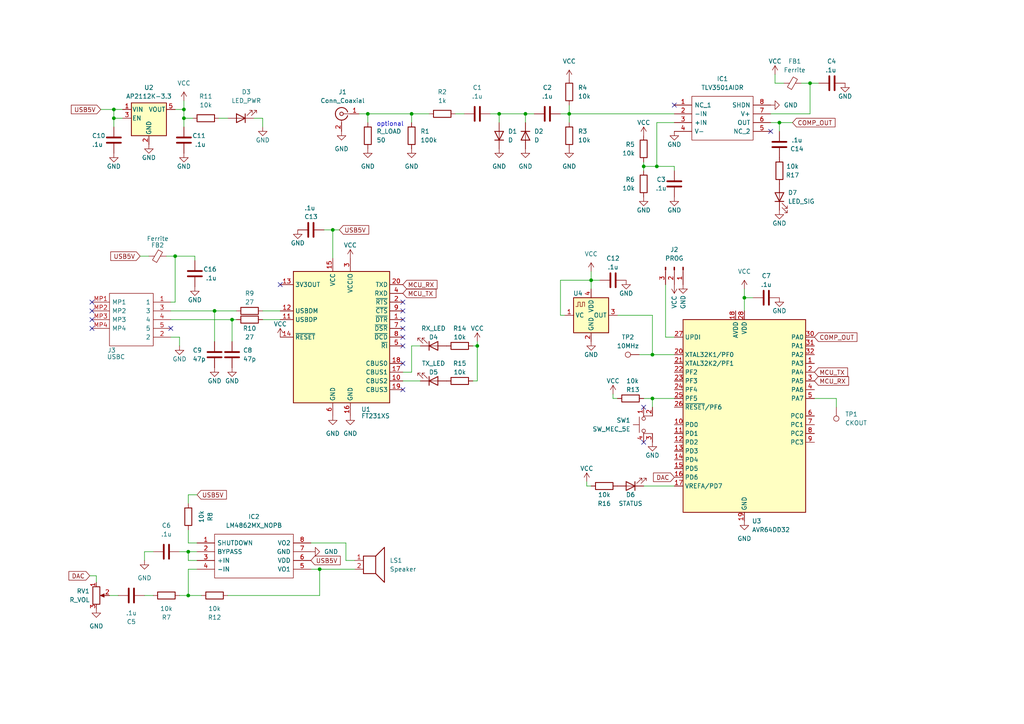
<source format=kicad_sch>
(kicad_sch (version 20230121) (generator eeschema)
  (paper "A4")
  (lib_symbols
    (symbol "Connector:Conn_01x03_Pin" (pin_names (offset 1.016) hide)
      (property "Reference" "J" (at 0 5.08 0))
      (property "Value" "Conn_01x03_Pin" (at 0 -5.08 0))
      (symbol "Conn_01x03_Pin_1_1"
        (polyline (pts (xy 1.27 -2.54) (xy 0.8636 -2.54)) (stroke (width 0.1524)))
        (polyline (pts (xy 1.27 0) (xy 0.8636 0)) (stroke (width 0.1524)))
        (polyline (pts (xy 1.27 2.54) (xy 0.8636 2.54)) (stroke (width 0.1524)))
        (rectangle (start 0.8636 -2.413) (end 0 -2.667) (stroke (width 0.1524)) (fill (type outline)))
        (rectangle (start 0.8636 0.127) (end 0 -0.127) (stroke (width 0.1524)) (fill (type outline)))
        (rectangle (start 0.8636 2.667) (end 0 2.413) (stroke (width 0.1524)) (fill (type outline)))
        (pin passive line (at 5.08 2.54 180) (length 3.81) (name "Pin_1") (number "1"))
        (pin passive line (at 5.08 0 180) (length 3.81) (name "Pin_2") (number "2"))
        (pin passive line (at 5.08 -2.54 180) (length 3.81) (name "Pin_3") (number "3"))
      )
    )
    (symbol "Connector:Conn_Coaxial" (pin_names (offset 1.016) hide)
      (property "Reference" "J" (at 0.254 3.048 0))
      (property "Value" "Conn_Coaxial" (at 2.921 0 90))
      (symbol "Conn_Coaxial_0_1"
        (arc (start -1.778 -0.508) (mid 0.2311 -1.8066) (end 1.778 0) (stroke (width 0.254)))
        (polyline (pts (xy -2.54 0) (xy -0.508 0)))
        (polyline (pts (xy 0 -2.54) (xy 0 -1.778)))
        (circle (center 0 0) (radius 0.508) (stroke (width 0.2032)))
        (arc (start 1.778 0) (mid 0.2099 1.8101) (end -1.778 0.508) (stroke (width 0.254)))
      )
      (symbol "Conn_Coaxial_1_1"
        (pin passive line (at -5.08 0 0) (length 2.54) (name "In") (number "1"))
        (pin passive line (at 0 -5.08 90) (length 2.54) (name "Ext") (number "2"))
      )
    )
    (symbol "Connector:TestPoint" (pin_numbers hide) (pin_names (offset 0.762) hide)
      (property "Reference" "TP" (at 0 6.858 0))
      (property "Value" "TestPoint" (at 0 5.08 0))
      (symbol "TestPoint_0_1"
        (circle (center 0 3.302) (radius 0.762))
      )
      (symbol "TestPoint_1_1"
        (pin passive line (at 0 0 90) (length 2.54) (name "1") (number "1"))
      )
    )
    (symbol "Device:C" (pin_numbers hide) (pin_names (offset 0.254))
      (property "Reference" "C" (at 0.635 2.54 0))
      (property "Value" "C" (at 0.635 -2.54 0))
      (symbol "C_0_1"
        (polyline (pts (xy -2.032 -0.762) (xy 2.032 -0.762)) (stroke (width 0.508)))
        (polyline (pts (xy -2.032 0.762) (xy 2.032 0.762)) (stroke (width 0.508)))
      )
      (symbol "C_1_1"
        (pin passive line (at 0 3.81 270) (length 2.794) (name "~") (number "1"))
        (pin passive line (at 0 -3.81 90) (length 2.794) (name "~") (number "2"))
      )
    )
    (symbol "Device:D" (pin_numbers hide) (pin_names (offset 1.016) hide)
      (property "Reference" "D" (at 0 2.54 0))
      (property "Value" "D" (at 0 -2.54 0))
      (symbol "D_0_1"
        (polyline (pts (xy -1.27 1.27) (xy -1.27 -1.27)) (stroke (width 0.254)))
        (polyline (pts (xy 1.27 0) (xy -1.27 0)))
        (polyline (pts (xy 1.27 1.27) (xy 1.27 -1.27) (xy -1.27 0) (xy 1.27 1.27)) (stroke (width 0.254)))
      )
      (symbol "D_1_1"
        (pin passive line (at -3.81 0 0) (length 2.54) (name "K") (number "1"))
        (pin passive line (at 3.81 0 180) (length 2.54) (name "A") (number "2"))
      )
    )
    (symbol "Device:FerriteBead_Small" (pin_numbers hide) (pin_names (offset 0))
      (property "Reference" "FB" (at 1.905 1.27 0))
      (property "Value" "FerriteBead_Small" (at 1.905 -1.27 0))
      (symbol "FerriteBead_Small_0_1"
        (polyline (pts (xy 0 -1.27) (xy 0 -0.7874)))
        (polyline (pts (xy 0 0.889) (xy 0 1.2954)))
        (polyline (pts (xy -1.8288 0.2794) (xy -1.1176 1.4986) (xy 1.8288 -0.2032) (xy 1.1176 -1.4224) (xy -1.8288 0.2794)))
      )
      (symbol "FerriteBead_Small_1_1"
        (pin passive line (at 0 2.54 270) (length 1.27) (name "~") (number "1"))
        (pin passive line (at 0 -2.54 90) (length 1.27) (name "~") (number "2"))
      )
    )
    (symbol "Device:LED" (pin_numbers hide) (pin_names (offset 1.016) hide)
      (property "Reference" "D" (at 0 2.54 0))
      (property "Value" "LED" (at 0 -2.54 0))
      (symbol "LED_0_1"
        (polyline (pts (xy -1.27 -1.27) (xy -1.27 1.27)) (stroke (width 0.254)))
        (polyline (pts (xy -1.27 0) (xy 1.27 0)))
        (polyline (pts (xy 1.27 -1.27) (xy 1.27 1.27) (xy -1.27 0) (xy 1.27 -1.27)) (stroke (width 0.254)))
        (polyline (pts (xy -3.048 -0.762) (xy -4.572 -2.286) (xy -3.81 -2.286) (xy -4.572 -2.286) (xy -4.572 -1.524)))
        (polyline (pts (xy -1.778 -0.762) (xy -3.302 -2.286) (xy -2.54 -2.286) (xy -3.302 -2.286) (xy -3.302 -1.524)))
      )
      (symbol "LED_1_1"
        (pin passive line (at -3.81 0 0) (length 2.54) (name "K") (number "1"))
        (pin passive line (at 3.81 0 180) (length 2.54) (name "A") (number "2"))
      )
    )
    (symbol "Device:R" (pin_numbers hide) (pin_names (offset 0))
      (property "Reference" "R" (at 2.032 0 90))
      (property "Value" "R" (at 0 0 90))
      (symbol "R_0_1"
        (rectangle (start -1.016 -2.54) (end 1.016 2.54) (stroke (width 0.254)))
      )
      (symbol "R_1_1"
        (pin passive line (at 0 3.81 270) (length 1.27) (name "~") (number "1"))
        (pin passive line (at 0 -3.81 90) (length 1.27) (name "~") (number "2"))
      )
    )
    (symbol "Device:R_Potentiometer" (pin_names (offset 1.016) hide)
      (property "Reference" "RV" (at -4.445 0 90))
      (property "Value" "R_Potentiometer" (at -2.54 0 90))
      (symbol "R_Potentiometer_0_1"
        (polyline (pts (xy 2.54 0) (xy 1.524 0)))
        (polyline (pts (xy 1.143 0) (xy 2.286 0.508) (xy 2.286 -0.508) (xy 1.143 0)) (fill (type outline)))
        (rectangle (start 1.016 2.54) (end -1.016 -2.54) (stroke (width 0.254)))
      )
      (symbol "R_Potentiometer_1_1"
        (pin passive line (at 0 3.81 270) (length 1.27) (name "1") (number "1"))
        (pin passive line (at 3.81 0 180) (length 1.27) (name "2") (number "2"))
        (pin passive line (at 0 -3.81 90) (length 1.27) (name "3") (number "3"))
      )
    )
    (symbol "Device:Speaker" (pin_names (offset 0) hide)
      (property "Reference" "LS" (at 1.27 5.715 0))
      (property "Value" "Speaker" (at 1.27 3.81 0))
      (symbol "Speaker_0_0"
        (rectangle (start -2.54 1.27) (end 1.016 -3.81) (stroke (width 0.254)))
        (polyline (pts (xy 1.016 1.27) (xy 3.556 3.81) (xy 3.556 -6.35) (xy 1.016 -3.81)) (stroke (width 0.254)))
      )
      (symbol "Speaker_1_1"
        (pin input line (at -5.08 0 0) (length 2.54) (name "1") (number "1"))
        (pin input line (at -5.08 -2.54 0) (length 2.54) (name "2") (number "2"))
      )
    )
    (symbol "Interface_USB:FT231XS"
      (property "Reference" "U" (at -13.97 20.32 0))
      (property "Value" "FT231XS" (at 7.62 20.32 0))
      (symbol "FT231XS_0_1"
        (rectangle (start -13.97 19.05) (end 13.97 -19.05) (stroke (width 0.254)) (fill (type background)))
      )
      (symbol "FT231XS_1_1"
        (pin output line (at 17.78 5.08 180) (length 3.81) (name "~{DTR}") (number "1"))
        (pin bidirectional line (at 17.78 -12.7 180) (length 3.81) (name "CBUS2") (number "10"))
        (pin bidirectional line (at -17.78 5.08 0) (length 3.81) (name "USBDP") (number "11"))
        (pin bidirectional line (at -17.78 7.62 0) (length 3.81) (name "USBDM") (number "12"))
        (pin power_out line (at -17.78 15.24 0) (length 3.81) (name "3V3OUT") (number "13"))
        (pin input line (at -17.78 0 0) (length 3.81) (name "~{RESET}") (number "14"))
        (pin power_in line (at -2.54 22.86 270) (length 3.81) (name "VCC") (number "15"))
        (pin power_in line (at 2.54 -22.86 90) (length 3.81) (name "GND") (number "16"))
        (pin bidirectional line (at 17.78 -10.16 180) (length 3.81) (name "CBUS1") (number "17"))
        (pin bidirectional line (at 17.78 -7.62 180) (length 3.81) (name "CBUS0") (number "18"))
        (pin bidirectional line (at 17.78 -15.24 180) (length 3.81) (name "CBUS3") (number "19"))
        (pin output line (at 17.78 10.16 180) (length 3.81) (name "~{RTS}") (number "2"))
        (pin output line (at 17.78 15.24 180) (length 3.81) (name "TXD") (number "20"))
        (pin power_in line (at 2.54 22.86 270) (length 3.81) (name "VCCIO") (number "3"))
        (pin input line (at 17.78 12.7 180) (length 3.81) (name "RXD") (number "4"))
        (pin input line (at 17.78 -2.54 180) (length 3.81) (name "~{RI}") (number "5"))
        (pin power_in line (at -2.54 -22.86 90) (length 3.81) (name "GND") (number "6"))
        (pin input line (at 17.78 2.54 180) (length 3.81) (name "~{DSR}") (number "7"))
        (pin input line (at 17.78 0 180) (length 3.81) (name "~{DCD}") (number "8"))
        (pin input line (at 17.78 7.62 180) (length 3.81) (name "~{CTS}") (number "9"))
      )
    )
    (symbol "MCU_Microchip_AVR_Dx:AVR64DA32x-xPT"
      (property "Reference" "U" (at -17.78 29.21 0))
      (property "Value" "AVR64DA32x-xPT" (at 2.54 -29.21 0))
      (symbol "AVR64DA32x-xPT_0_1"
        (rectangle (start -17.78 27.94) (end 17.78 -27.94) (stroke (width 0.254)) (fill (type background)))
      )
      (symbol "AVR64DA32x-xPT_1_1"
        (pin bidirectional line (at 20.32 15.24 180) (length 2.54) (name "PA3") (number "1"))
        (pin bidirectional line (at -20.32 -2.54 0) (length 2.54) (name "PD0") (number "10"))
        (pin bidirectional line (at -20.32 -5.08 0) (length 2.54) (name "PD1") (number "11"))
        (pin bidirectional line (at -20.32 -7.62 0) (length 2.54) (name "PD2") (number "12"))
        (pin bidirectional line (at -20.32 -10.16 0) (length 2.54) (name "PD3") (number "13"))
        (pin bidirectional line (at -20.32 -12.7 0) (length 2.54) (name "PD4") (number "14"))
        (pin bidirectional line (at -20.32 -15.24 0) (length 2.54) (name "PD5") (number "15"))
        (pin bidirectional line (at -20.32 -17.78 0) (length 2.54) (name "PD6") (number "16"))
        (pin bidirectional line (at -20.32 -20.32 0) (length 2.54) (name "VREFA/PD7") (number "17"))
        (pin power_in line (at -2.54 30.48 270) (length 2.54) (name "AVDD") (number "18"))
        (pin power_in line (at 0 -30.48 90) (length 2.54) (name "GND") (number "19"))
        (pin bidirectional line (at 20.32 12.7 180) (length 2.54) (name "PA4") (number "2"))
        (pin bidirectional line (at -20.32 17.78 0) (length 2.54) (name "XTAL32K1/PF0") (number "20"))
        (pin bidirectional line (at -20.32 15.24 0) (length 2.54) (name "XTAL32K2/PF1") (number "21"))
        (pin bidirectional line (at -20.32 12.7 0) (length 2.54) (name "PF2") (number "22"))
        (pin bidirectional line (at -20.32 10.16 0) (length 2.54) (name "PF3") (number "23"))
        (pin bidirectional line (at -20.32 7.62 0) (length 2.54) (name "PF4") (number "24"))
        (pin bidirectional line (at -20.32 5.08 0) (length 2.54) (name "PF5") (number "25"))
        (pin bidirectional line (at -20.32 2.54 0) (length 2.54) (name "~{RESET}/PF6") (number "26"))
        (pin input line (at -20.32 22.86 0) (length 2.54) (name "UPDI") (number "27"))
        (pin power_in line (at 0 30.48 270) (length 2.54) (name "VDD") (number "28"))
        (pin passive line (at 0 -30.48 90) (length 2.54) hide (name "GND") (number "29"))
        (pin bidirectional line (at 20.32 10.16 180) (length 2.54) (name "PA5") (number "3"))
        (pin bidirectional line (at 20.32 22.86 180) (length 2.54) (name "PA0") (number "30"))
        (pin bidirectional line (at 20.32 20.32 180) (length 2.54) (name "PA1") (number "31"))
        (pin bidirectional line (at 20.32 17.78 180) (length 2.54) (name "PA2") (number "32"))
        (pin bidirectional line (at 20.32 7.62 180) (length 2.54) (name "PA6") (number "4"))
        (pin bidirectional line (at 20.32 5.08 180) (length 2.54) (name "PA7") (number "5"))
        (pin bidirectional line (at 20.32 0 180) (length 2.54) (name "PC0") (number "6"))
        (pin bidirectional line (at 20.32 -2.54 180) (length 2.54) (name "PC1") (number "7"))
        (pin bidirectional line (at 20.32 -5.08 180) (length 2.54) (name "PC2") (number "8"))
        (pin bidirectional line (at 20.32 -7.62 180) (length 2.54) (name "PC3") (number "9"))
      )
    )
    (symbol "Oscillator:FT5HV"
      (property "Reference" "U" (at 5.08 11.43 0))
      (property "Value" "FT5HV" (at 6.35 8.89 0))
      (symbol "FT5HV_0_1"
        (rectangle (start -5.08 5.08) (end 5.08 -5.08) (stroke (width 0.254)) (fill (type background)))
        (polyline (pts (xy -4.445 2.54) (xy -3.81 2.54) (xy -3.81 3.81) (xy -3.175 3.81) (xy -3.175 2.54) (xy -2.54 2.54) (xy -2.54 3.81) (xy -1.905 3.81) (xy -1.905 2.54)))
      )
      (symbol "FT5HV_1_1"
        (pin input line (at -7.62 0 0) (length 2.54) (name "VC") (number "1"))
        (pin power_in line (at 0 -7.62 90) (length 2.54) (name "GND") (number "2"))
        (pin output line (at 7.62 0 180) (length 2.54) (name "OUT") (number "3"))
        (pin power_in line (at 0 7.62 270) (length 2.54) (name "VDD") (number "4"))
      )
    )
    (symbol "Regulator_Linear:AP2112K-3.3" (pin_names (offset 0.254))
      (property "Reference" "U" (at -5.08 5.715 0))
      (property "Value" "AP2112K-3.3" (at 0 5.715 0))
      (symbol "AP2112K-3.3_0_1"
        (rectangle (start -5.08 4.445) (end 5.08 -5.08) (stroke (width 0.254)) (fill (type background)))
      )
      (symbol "AP2112K-3.3_1_1"
        (pin power_in line (at -7.62 2.54 0) (length 2.54) (name "VIN") (number "1"))
        (pin power_in line (at 0 -7.62 90) (length 2.54) (name "GND") (number "2"))
        (pin input line (at -7.62 0 0) (length 2.54) (name "EN") (number "3"))
        (pin no_connect line (at 5.08 0 180) (length 2.54) hide (name "NC") (number "4"))
        (pin power_out line (at 7.62 2.54 180) (length 2.54) (name "VOUT") (number "5"))
      )
    )
    (symbol "Switch:SW_MEC_5E" (pin_names (offset 1.016) hide)
      (property "Reference" "SW" (at 0.635 5.715 0))
      (property "Value" "SW_MEC_5E" (at 0 -3.175 0))
      (symbol "SW_MEC_5E_0_1"
        (circle (center -1.778 2.54) (radius 0.508))
        (polyline (pts (xy -2.286 3.81) (xy 2.286 3.81)))
        (polyline (pts (xy 0 3.81) (xy 0 5.588)))
        (polyline (pts (xy -2.54 0) (xy -2.54 2.54) (xy -2.286 2.54)))
        (polyline (pts (xy 2.54 0) (xy 2.54 2.54) (xy 2.286 2.54)))
        (circle (center 1.778 2.54) (radius 0.508))
        (pin passive line (at -5.08 2.54 0) (length 2.54) (name "1") (number "1"))
        (pin passive line (at -5.08 0 0) (length 2.54) (name "2") (number "2"))
        (pin passive line (at 5.08 0 180) (length 2.54) (name "K") (number "3"))
        (pin passive line (at 5.08 2.54 180) (length 2.54) (name "A") (number "4"))
      )
    )
    (symbol "library loader:LM4862MX_NOPB" (pin_names (offset 0.762))
      (property "Reference" "IC" (at 29.21 7.62 0))
      (property "Value" "LM4862MX_NOPB" (at 29.21 5.08 0))
      (symbol "LM4862MX_NOPB_0_0"
        (pin passive line (at 0 0 0) (length 5.08) (name "SHUTDOWN") (number "1"))
        (pin passive line (at 0 -2.54 0) (length 5.08) (name "BYPASS") (number "2"))
        (pin passive line (at 0 -5.08 0) (length 5.08) (name "+IN") (number "3"))
        (pin passive line (at 0 -7.62 0) (length 5.08) (name "-IN") (number "4"))
        (pin passive line (at 33.02 -7.62 180) (length 5.08) (name "VO1") (number "5"))
        (pin passive line (at 33.02 -5.08 180) (length 5.08) (name "VDD") (number "6"))
        (pin passive line (at 33.02 -2.54 180) (length 5.08) (name "GND") (number "7"))
        (pin passive line (at 33.02 0 180) (length 5.08) (name "VO2") (number "8"))
      )
      (symbol "LM4862MX_NOPB_0_1"
        (polyline (pts (xy 5.08 2.54) (xy 27.94 2.54) (xy 27.94 -10.16) (xy 5.08 -10.16) (xy 5.08 2.54)) (stroke (width 0.1524)))
      )
    )
    (symbol "library loader:TLV3501AIDR" (pin_names (offset 0.762))
      (property "Reference" "IC" (at 24.13 7.62 0))
      (property "Value" "TLV3501AIDR" (at 24.13 5.08 0))
      (symbol "TLV3501AIDR_0_0"
        (pin passive line (at 0 0 0) (length 5.08) (name "NC_1") (number "1"))
        (pin passive line (at 0 -2.54 0) (length 5.08) (name "-IN") (number "2"))
        (pin passive line (at 0 -5.08 0) (length 5.08) (name "+IN") (number "3"))
        (pin passive line (at 0 -7.62 0) (length 5.08) (name "V-") (number "4"))
        (pin passive line (at 27.94 -7.62 180) (length 5.08) (name "NC_2") (number "5"))
        (pin passive line (at 27.94 -5.08 180) (length 5.08) (name "OUT") (number "6"))
        (pin passive line (at 27.94 -2.54 180) (length 5.08) (name "V+") (number "7"))
        (pin passive line (at 27.94 0 180) (length 5.08) (name "SHDN") (number "8"))
      )
      (symbol "TLV3501AIDR_0_1"
        (polyline (pts (xy 5.08 2.54) (xy 22.86 2.54) (xy 22.86 -10.16) (xy 5.08 -10.16) (xy 5.08 2.54)) (stroke (width 0.1524)))
      )
    )
    (symbol "library loader:UJ2-MIBH-G-SMT-TR" (pin_names (offset 0.762))
      (property "Reference" "J" (at 19.05 7.62 0))
      (property "Value" "UJ2-MIBH-G-SMT-TR" (at 19.05 5.08 0))
      (symbol "UJ2-MIBH-G-SMT-TR_0_0"
        (pin passive line (at 22.86 0 180) (length 5.08) (name "1") (number "1"))
        (pin passive line (at 22.86 -10.16 180) (length 5.08) (name "2") (number "2"))
        (pin passive line (at 22.86 -2.54 180) (length 5.08) (name "3") (number "3"))
        (pin passive line (at 22.86 -5.08 180) (length 5.08) (name "4") (number "4"))
        (pin passive line (at 22.86 -7.62 180) (length 5.08) (name "5") (number "5"))
        (pin passive line (at 0 0 0) (length 5.08) (name "MP1") (number "MP1"))
        (pin passive line (at 0 -2.54 0) (length 5.08) (name "MP2") (number "MP2"))
        (pin passive line (at 0 -5.08 0) (length 5.08) (name "MP3") (number "MP3"))
        (pin passive line (at 0 -7.62 0) (length 5.08) (name "MP4") (number "MP4"))
      )
      (symbol "UJ2-MIBH-G-SMT-TR_0_1"
        (polyline (pts (xy 5.08 2.54) (xy 17.78 2.54) (xy 17.78 -12.7) (xy 5.08 -12.7) (xy 5.08 2.54)) (stroke (width 0.1524)))
      )
    )
    (symbol "power:GND" (power) (pin_names (offset 0))
      (property "Value" "GND" (at 0 -3.81 0))
      (symbol "GND_0_1"
        (polyline (pts (xy 0 0) (xy 0 -1.27) (xy 1.27 -1.27) (xy 0 -2.54) (xy -1.27 -1.27) (xy 0 -1.27)))
      )
      (symbol "GND_1_1"
        (pin power_in line (at 0 0 270) (length 0) hide (name "GND") (number "1"))
      )
    )
    (symbol "power:VCC" (power) (pin_names (offset 0))
      (property "Value" "VCC" (at 0 3.81 0))
      (symbol "VCC_0_1"
        (polyline (pts (xy -0.762 1.27) (xy 0 2.54)))
        (polyline (pts (xy 0 0) (xy 0 2.54)))
        (polyline (pts (xy 0 2.54) (xy 0.762 1.27)))
      )
      (symbol "VCC_1_1"
        (pin power_in line (at 0 0 90) (length 0) hide (name "VCC") (number "1"))
      )
    )
  )
  (junction (at 53.34 31.75))
  (junction (at 54.61 172.72))
  (junction (at 54.61 160.02))
  (junction (at 186.69 48.26))
  (junction (at 62.23 90.17))
  (junction (at 119.38 33.02))
  (junction (at 53.34 34.29))
  (junction (at 165.1 33.02))
  (junction (at 92.71 165.1))
  (junction (at 138.43 100.33))
  (junction (at 144.78 33.02))
  (junction (at 234.95 24.13))
  (junction (at 189.23 115.57))
  (junction (at 67.31 92.71))
  (junction (at 106.68 33.02))
  (junction (at 33.02 31.75))
  (junction (at 33.02 34.29))
  (junction (at 215.9 86.36))
  (junction (at 189.23 102.87))
  (junction (at 152.4 33.02))
  (junction (at 50.8 74.295))
  (junction (at 171.45 81.28))
  (junction (at 226.06 35.56))
  (junction (at 96.52 66.675))
  (junction (at 190.5 48.26))
  (no_connect (at 186.69 128.27))
  (no_connect (at 195.58 30.48))
  (no_connect (at 116.84 100.33))
  (no_connect (at 26.67 87.63))
  (no_connect (at 26.67 90.17))
  (no_connect (at 116.84 95.25))
  (no_connect (at 26.67 95.25))
  (no_connect (at 116.84 92.71))
  (no_connect (at 26.67 92.71))
  (no_connect (at 116.84 97.79))
  (no_connect (at 186.69 118.11))
  (no_connect (at 223.52 38.1))
  (no_connect (at 49.53 95.25))
  (no_connect (at 116.84 105.41))
  (no_connect (at 81.28 82.55))
  (no_connect (at 116.84 90.17))
  (no_connect (at 116.84 113.03))
  (no_connect (at 116.84 87.63))
  (wire (pts (xy 57.15 160.02) (xy 54.61 160.02)))
  (wire (pts (xy 179.07 91.44) (xy 189.23 91.44)))
  (wire (pts (xy 215.9 86.36) (xy 215.9 90.17)))
  (wire (pts (xy 193.04 82.55) (xy 193.04 97.79)))
  (wire (pts (xy 53.34 34.29) (xy 53.34 36.83)))
  (wire (pts (xy 177.8 114.3) (xy 177.8 115.57)))
  (wire (pts (xy 33.02 31.75) (xy 29.21 31.75)))
  (wire (pts (xy 27.94 167.005) (xy 27.94 168.91)))
  (wire (pts (xy 54.61 143.51) (xy 54.61 146.05)))
  (wire (pts (xy 41.91 162.56) (xy 41.91 160.02)))
  (wire (pts (xy 90.17 157.48) (xy 100.33 157.48)))
  (wire (pts (xy 93.98 66.675) (xy 96.52 66.675)))
  (wire (pts (xy 54.61 172.72) (xy 58.42 172.72)))
  (wire (pts (xy 76.2 34.29) (xy 73.66 34.29)))
  (wire (pts (xy 76.2 90.17) (xy 81.28 90.17)))
  (wire (pts (xy 53.34 29.21) (xy 53.34 31.75)))
  (wire (pts (xy 52.07 97.79) (xy 49.53 97.79)))
  (wire (pts (xy 96.52 66.675) (xy 98.425 66.675)))
  (wire (pts (xy 162.56 91.44) (xy 163.83 91.44)))
  (wire (pts (xy 41.91 160.02) (xy 44.45 160.02)))
  (wire (pts (xy 224.79 21.59) (xy 224.79 24.13)))
  (wire (pts (xy 56.515 74.295) (xy 50.8 74.295)))
  (wire (pts (xy 67.31 92.71) (xy 68.58 92.71)))
  (wire (pts (xy 152.4 33.02) (xy 152.4 35.56)))
  (wire (pts (xy 224.79 24.13) (xy 227.33 24.13)))
  (wire (pts (xy 226.06 38.1) (xy 226.06 35.56)))
  (wire (pts (xy 49.53 90.17) (xy 62.23 90.17)))
  (wire (pts (xy 63.5 34.29) (xy 66.04 34.29)))
  (wire (pts (xy 106.68 33.02) (xy 119.38 33.02)))
  (wire (pts (xy 54.61 160.02) (xy 54.61 162.56)))
  (wire (pts (xy 106.68 33.02) (xy 106.68 35.56)))
  (wire (pts (xy 119.38 33.02) (xy 124.46 33.02)))
  (wire (pts (xy 54.61 157.48) (xy 54.61 153.67)))
  (wire (pts (xy 190.5 35.56) (xy 190.5 48.26)))
  (wire (pts (xy 76.2 92.71) (xy 81.28 92.71)))
  (wire (pts (xy 226.06 35.56) (xy 223.52 35.56)))
  (wire (pts (xy 171.45 81.28) (xy 171.45 83.82)))
  (wire (pts (xy 48.26 74.295) (xy 50.8 74.295)))
  (wire (pts (xy 52.07 172.72) (xy 54.61 172.72)))
  (wire (pts (xy 242.57 118.11) (xy 242.57 115.57)))
  (wire (pts (xy 50.8 31.75) (xy 53.34 31.75)))
  (wire (pts (xy 100.33 162.56) (xy 100.33 157.48)))
  (wire (pts (xy 189.23 115.57) (xy 195.58 115.57)))
  (wire (pts (xy 102.87 162.56) (xy 100.33 162.56)))
  (wire (pts (xy 54.61 162.56) (xy 57.15 162.56)))
  (wire (pts (xy 242.57 115.57) (xy 236.22 115.57)))
  (wire (pts (xy 171.45 78.74) (xy 171.45 81.28)))
  (wire (pts (xy 138.43 110.49) (xy 137.16 110.49)))
  (wire (pts (xy 33.02 31.75) (xy 35.56 31.75)))
  (wire (pts (xy 50.8 87.63) (xy 50.8 74.295)))
  (wire (pts (xy 49.53 92.71) (xy 67.31 92.71)))
  (wire (pts (xy 121.92 100.33) (xy 119.38 100.33)))
  (wire (pts (xy 62.23 90.17) (xy 68.58 90.17)))
  (wire (pts (xy 119.38 107.95) (xy 116.84 107.95)))
  (wire (pts (xy 186.69 48.26) (xy 186.69 49.53)))
  (wire (pts (xy 92.71 165.1) (xy 102.87 165.1)))
  (wire (pts (xy 215.9 83.82) (xy 215.9 86.36)))
  (wire (pts (xy 76.2 36.83) (xy 76.2 34.29)))
  (wire (pts (xy 218.44 86.36) (xy 215.9 86.36)))
  (wire (pts (xy 195.58 49.53) (xy 195.58 48.26)))
  (wire (pts (xy 96.52 66.675) (xy 96.52 74.93)))
  (wire (pts (xy 185.42 102.87) (xy 189.23 102.87)))
  (wire (pts (xy 223.52 33.02) (xy 234.95 33.02)))
  (wire (pts (xy 104.14 33.02) (xy 106.68 33.02)))
  (wire (pts (xy 232.41 24.13) (xy 234.95 24.13)))
  (wire (pts (xy 165.1 33.02) (xy 165.1 35.56)))
  (wire (pts (xy 162.56 81.28) (xy 171.45 81.28)))
  (wire (pts (xy 142.24 33.02) (xy 144.78 33.02)))
  (wire (pts (xy 62.23 90.17) (xy 62.23 99.06)))
  (wire (pts (xy 92.71 172.72) (xy 92.71 165.1)))
  (wire (pts (xy 35.56 34.29) (xy 33.02 34.29)))
  (wire (pts (xy 54.61 165.1) (xy 54.61 172.72)))
  (wire (pts (xy 162.56 81.28) (xy 162.56 91.44)))
  (wire (pts (xy 177.8 115.57) (xy 179.07 115.57)))
  (wire (pts (xy 56.515 75.565) (xy 56.515 74.295)))
  (wire (pts (xy 144.78 33.02) (xy 152.4 33.02)))
  (wire (pts (xy 138.43 100.33) (xy 137.16 100.33)))
  (wire (pts (xy 152.4 33.02) (xy 154.94 33.02)))
  (wire (pts (xy 226.06 35.56) (xy 229.87 35.56)))
  (wire (pts (xy 33.02 34.29) (xy 33.02 36.83)))
  (wire (pts (xy 31.75 172.72) (xy 34.29 172.72)))
  (wire (pts (xy 144.78 33.02) (xy 144.78 35.56)))
  (wire (pts (xy 53.34 31.75) (xy 53.34 34.29)))
  (wire (pts (xy 162.56 33.02) (xy 165.1 33.02)))
  (wire (pts (xy 170.18 140.97) (xy 171.45 140.97)))
  (wire (pts (xy 165.1 33.02) (xy 195.58 33.02)))
  (wire (pts (xy 186.69 46.99) (xy 186.69 48.26)))
  (wire (pts (xy 193.04 97.79) (xy 195.58 97.79)))
  (wire (pts (xy 119.38 33.02) (xy 119.38 35.56)))
  (wire (pts (xy 234.95 33.02) (xy 234.95 24.13)))
  (wire (pts (xy 132.08 33.02) (xy 134.62 33.02)))
  (wire (pts (xy 119.38 100.33) (xy 119.38 107.95)))
  (wire (pts (xy 195.58 102.87) (xy 189.23 102.87)))
  (wire (pts (xy 186.69 115.57) (xy 189.23 115.57)))
  (wire (pts (xy 33.02 34.29) (xy 33.02 31.75)))
  (wire (pts (xy 165.1 30.48) (xy 165.1 33.02)))
  (wire (pts (xy 54.61 165.1) (xy 57.15 165.1)))
  (wire (pts (xy 57.15 157.48) (xy 54.61 157.48)))
  (wire (pts (xy 52.07 100.33) (xy 52.07 97.79)))
  (wire (pts (xy 40.64 74.295) (xy 43.18 74.295)))
  (wire (pts (xy 66.04 172.72) (xy 92.71 172.72)))
  (wire (pts (xy 173.99 81.28) (xy 171.45 81.28)))
  (wire (pts (xy 50.8 87.63) (xy 49.53 87.63)))
  (wire (pts (xy 190.5 48.26) (xy 195.58 48.26)))
  (wire (pts (xy 138.43 100.33) (xy 138.43 110.49)))
  (wire (pts (xy 52.07 160.02) (xy 54.61 160.02)))
  (wire (pts (xy 67.31 92.71) (xy 67.31 99.06)))
  (wire (pts (xy 189.23 115.57) (xy 189.23 118.11)))
  (wire (pts (xy 190.5 35.56) (xy 195.58 35.56)))
  (wire (pts (xy 234.95 24.13) (xy 237.49 24.13)))
  (wire (pts (xy 170.18 139.7) (xy 170.18 140.97)))
  (wire (pts (xy 186.69 48.26) (xy 190.5 48.26)))
  (wire (pts (xy 186.69 140.97) (xy 195.58 140.97)))
  (wire (pts (xy 138.43 99.06) (xy 138.43 100.33)))
  (wire (pts (xy 26.035 167.005) (xy 27.94 167.005)))
  (wire (pts (xy 53.34 34.29) (xy 55.88 34.29)))
  (wire (pts (xy 57.15 143.51) (xy 54.61 143.51)))
  (wire (pts (xy 90.17 165.1) (xy 92.71 165.1)))
  (wire (pts (xy 189.23 102.87) (xy 189.23 91.44)))
  (wire (pts (xy 116.84 110.49) (xy 121.92 110.49)))
  (wire (pts (xy 41.91 172.72) (xy 44.45 172.72)))
  (text "optional" (at 109.22 36.83 0) (effects (font (size 1.27 1.27)) (justify left bottom)))
  (global_label "USB5V" (shape input) (at 98.425 66.675 0) (property "Intersheetrefs" "${INTERSHEET_REFS}" (effects hide)))
  (global_label "DAC" (shape input) (at 26.035 167.005 180) (property "Intersheetrefs" "${INTERSHEET_REFS}" (effects hide)))
  (global_label "MCU_TX" (shape input) (at 116.84 85.09 0) (property "Intersheetrefs" "${INTERSHEET_REFS}" (effects hide)))
  (global_label "MCU_RX" (shape input) (at 236.22 110.49 0) (property "Intersheetrefs" "${INTERSHEET_REFS}" (effects hide)))
  (global_label "MCU_TX" (shape input) (at 236.22 107.95 0) (property "Intersheetrefs" "${INTERSHEET_REFS}" (effects hide)))
  (global_label "USB5V" (shape input) (at 57.15 143.51 0) (property "Intersheetrefs" "${INTERSHEET_REFS}" (effects hide)))
  (global_label "COMP_OUT" (shape input) (at 229.87 35.56 0) (property "Intersheetrefs" "${INTERSHEET_REFS}" (effects hide)))
  (global_label "USB5V" (shape input) (at 40.64 74.295 180) (property "Intersheetrefs" "${INTERSHEET_REFS}" (effects hide)))
  (global_label "USB5V" (shape input) (at 90.17 162.56 0) (property "Intersheetrefs" "${INTERSHEET_REFS}" (effects hide)))
  (global_label "MCU_RX" (shape input) (at 116.84 82.55 0) (property "Intersheetrefs" "${INTERSHEET_REFS}" (effects hide)))
  (global_label "USB5V" (shape input) (at 29.21 31.75 180) (property "Intersheetrefs" "${INTERSHEET_REFS}" (effects hide)))
  (global_label "COMP_OUT" (shape input) (at 236.22 97.79 0) (property "Intersheetrefs" "${INTERSHEET_REFS}" (effects hide)))
  (global_label "DAC" (shape input) (at 195.58 138.43 180) (property "Intersheetrefs" "${INTERSHEET_REFS}" (effects hide)))
  (symbol (lib_id "power:GND") (at 152.4 43.18 0) (unit 1)
    (property "Reference" "#PWR05" (effects hide))
    (property "Value" "GND" (at 152.4 48.26 0))
  )
  (symbol (lib_id "Device:LED") (at 69.85 34.29 180) (unit 1)
    (property "Reference" "D3" (at 71.4375 26.67 0))
    (property "Value" "LED_PWR" (at 71.4375 29.21 0))
  )
  (symbol (lib_id "power:GND") (at 62.23 106.68 0) (unit 1)
    (property "Reference" "#PWR023" (effects hide))
    (property "Value" "GND" (at 62.23 110.49 0))
  )
  (symbol (lib_id "Device:C") (at 158.75 33.02 270) (unit 1)
    (property "Reference" "C2" (at 158.75 25.4 90))
    (property "Value" ".1u" (at 158.75 27.94 90))
  )
  (symbol (lib_id "power:GND") (at 119.38 43.18 0) (unit 1)
    (property "Reference" "#PWR03" (effects hide))
    (property "Value" "GND" (at 119.38 48.26 0))
  )
  (symbol (lib_id "power:GND") (at 33.02 44.45 0) (unit 1)
    (property "Reference" "#PWR026" (effects hide))
    (property "Value" "GND" (at 33.02 48.26 0))
  )
  (symbol (lib_id "Device:FerriteBead_Small") (at 229.87 24.13 90) (unit 1)
    (property "Reference" "FB1" (at 232.41 17.78 90) (effects (justify left)))
    (property "Value" "Ferrite" (at 233.68 20.32 90) (effects (justify left)))
  )
  (symbol (lib_id "Device:R") (at 133.35 100.33 90) (unit 1)
    (property "Reference" "R14" (at 133.35 95.25 90))
    (property "Value" "10k" (at 133.35 97.79 90))
  )
  (symbol (lib_id "Connector:Conn_Coaxial") (at 99.06 33.02 0) (mirror y) (unit 1)
    (property "Reference" "J1" (at 99.3774 26.67 0))
    (property "Value" "Conn_Coaxial" (at 99.3774 29.21 0))
    (property "Datasheet" " ~" (effects hide))
  )
  (symbol (lib_id "Device:C") (at 90.17 66.675 90) (unit 1)
    (property "Reference" "C13" (at 88.265 62.865 90) (effects (justify right)))
    (property "Value" ".1u" (at 88.265 60.325 90) (effects (justify right)))
  )
  (symbol (lib_id "power:GND") (at 226.06 60.96 0) (unit 1)
    (property "Reference" "#PWR040" (effects hide))
    (property "Value" "GND" (at 226.06 64.77 0))
  )
  (symbol (lib_id "Device:R") (at 106.68 39.37 0) (unit 1)
    (property "Reference" "R_LOAD" (at 109.22 38.1 0) (effects (justify left)))
    (property "Value" "50" (at 109.22 40.64 0) (effects (justify left)))
  )
  (symbol (lib_id "Device:R") (at 186.69 53.34 0) (mirror x) (unit 1)
    (property "Reference" "R6" (at 184.15 52.07 0) (effects (justify right)))
    (property "Value" "10k" (at 184.15 54.61 0) (effects (justify right)))
  )
  (symbol (lib_id "Device:LED") (at 182.88 140.97 180) (unit 1)
    (property "Reference" "D6" (at 182.88 143.51 0))
    (property "Value" "STATUS" (at 182.88 146.05 0))
  )
  (symbol (lib_id "power:VCC") (at 224.79 21.59 0) (unit 1)
    (property "Reference" "#PWR013" (effects hide))
    (property "Value" "VCC" (at 224.79 17.78 0))
  )
  (symbol (lib_id "power:VCC") (at 165.1 22.86 0) (unit 1)
    (property "Reference" "#PWR07" (effects hide))
    (property "Value" "VCC" (at 165.1 17.78 0))
  )
  (symbol (lib_id "power:GND") (at 189.23 128.27 0) (unit 1)
    (property "Reference" "#PWR035" (effects hide))
    (property "Value" "GND" (at 189.23 132.08 0))
  )
  (symbol (lib_id "power:GND") (at 144.78 43.18 0) (unit 1)
    (property "Reference" "#PWR04" (effects hide))
    (property "Value" "GND" (at 144.78 48.26 0))
  )
  (symbol (lib_id "Device:R") (at 72.39 92.71 270) (unit 1)
    (property "Reference" "R10" (at 72.39 95.25 90))
    (property "Value" "27" (at 72.39 97.79 90))
  )
  (symbol (lib_id "Device:R") (at 175.26 140.97 270) (unit 1)
    (property "Reference" "R16" (at 175.26 146.05 90))
    (property "Value" "10k" (at 175.26 143.51 90))
  )
  (symbol (lib_id "power:GND") (at 52.07 100.33 0) (unit 1)
    (property "Reference" "#PWR020" (effects hide))
    (property "Value" "GND" (at 52.07 104.14 0))
  )
  (symbol (lib_id "MCU_Microchip_AVR_Dx:AVR64DA32x-xPT") (at 215.9 120.65 0) (unit 1)
    (property "Reference" "U3" (at 218.0941 151.13 0) (effects (justify left)))
    (property "Value" "AVR64DD32" (at 218.0941 153.67 0) (effects (justify left)))
    (property "Footprint" "Package_QFP:TQFP-32_7x7mm_P0.8mm" (effects hide))
    (property "Datasheet" "https://ww1.microchip.com/downloads/en/DeviceDoc/AVR64DA28-32-48-64-Data-Sheet-40002233B.pdf" (effects hide))
  )
  (symbol (lib_id "power:GND") (at 215.9 151.13 0) (unit 1)
    (property "Reference" "#PWR011" (effects hide))
    (property "Value" "GND" (at 215.9 156.21 0))
  )
  (symbol (lib_id "power:GND") (at 76.2 36.83 0) (unit 1)
    (property "Reference" "#PWR028" (effects hide))
    (property "Value" "GND" (at 76.2 40.64 0))
  )
  (symbol (lib_id "Device:R") (at 62.23 172.72 270) (mirror x) (unit 1)
    (property "Reference" "R12" (at 62.23 179.07 90))
    (property "Value" "10k" (at 62.23 176.53 90))
  )
  (symbol (lib_id "power:VCC") (at 177.8 114.3 0) (unit 1)
    (property "Reference" "#PWR031" (effects hide))
    (property "Value" "VCC" (at 177.8 110.49 0))
  )
  (symbol (lib_id "Interface_USB:FT231XS") (at 99.06 97.79 0) (unit 1)
    (property "Reference" "U1" (at 104.775 118.745 0) (effects (justify left)))
    (property "Value" "FT231XS" (at 104.775 120.65 0) (effects (justify left)))
    (property "Footprint" "Package_SO:SSOP-20_3.9x8.7mm_P0.635mm" (effects hide))
    (property "Datasheet" "https://www.ftdichip.com/Support/Documents/DataSheets/ICs/DS_FT231X.pdf" (effects hide))
  )
  (symbol (lib_id "power:GND") (at 171.45 99.06 0) (unit 1)
    (property "Reference" "#PWR032" (effects hide))
    (property "Value" "GND" (at 171.45 102.87 0))
  )
  (symbol (lib_id "Device:R") (at 128.27 33.02 90) (unit 1)
    (property "Reference" "R2" (at 128.27 26.67 90))
    (property "Value" "1k" (at 128.27 29.21 90))
  )
  (symbol (lib_id "power:VCC") (at 195.58 82.55 180) (unit 1)
    (property "Reference" "#PWR030" (effects hide))
    (property "Value" "VCC" (at 195.58 87.63 90))
  )
  (symbol (lib_id "Device:FerriteBead_Small") (at 45.72 74.295 90) (unit 1)
    (property "Reference" "FB2" (at 43.815 71.12 90) (effects (justify right)))
    (property "Value" "Ferrite" (at 42.545 69.215 90) (effects (justify right)))
  )
  (symbol (lib_id "power:GND") (at 67.31 106.68 0) (unit 1)
    (property "Reference" "#PWR024" (effects hide))
    (property "Value" "GND" (at 67.31 110.49 0))
  )
  (symbol (lib_id "Device:C") (at 195.58 53.34 0) (mirror y) (unit 1)
    (property "Reference" "C3" (at 191.77 52.07 0))
    (property "Value" ".1u" (at 191.77 54.61 0))
  )
  (symbol (lib_id "Device:C") (at 226.06 41.91 180) (unit 1)
    (property "Reference" "C14" (at 231.14 43.18 0))
    (property "Value" ".1u" (at 231.14 40.64 0))
  )
  (symbol (lib_id "Device:R") (at 133.35 110.49 90) (unit 1)
    (property "Reference" "R15" (at 133.35 105.41 90))
    (property "Value" "10k" (at 133.35 107.95 90))
  )
  (symbol (lib_id "Regulator_Linear:AP2112K-3.3") (at 43.18 34.29 0) (unit 1)
    (property "Reference" "U2" (at 43.18 25.4 0))
    (property "Value" "AP2112K-3.3" (at 43.18 27.94 0))
    (property "Footprint" "Package_TO_SOT_SMD:SOT-23-5" (effects hide))
    (property "Datasheet" "https://www.diodes.com/assets/Datasheets/AP2112.pdf" (effects hide))
  )
  (symbol (lib_id "power:GND") (at 90.17 160.02 90) (unit 1)
    (property "Reference" "#PWR017" (effects hide))
    (property "Value" "GND" (at 93.98 160.02 90) (effects (justify right)))
  )
  (symbol (lib_id "power:GND") (at 195.58 57.15 0) (unit 1)
    (property "Reference" "#PWR016" (effects hide))
    (property "Value" "GND" (at 195.58 60.96 0))
  )
  (symbol (lib_id "Oscillator:FT5HV") (at 171.45 91.44 0) (unit 1)
    (property "Reference" "U4" (at 167.64 85.09 0))
    (property "Value" "FT5HV" (effects hide))
    (property "Footprint" "Oscillator:Oscillator_SMD_Fox_FT5H_5.0x3.2mm" (effects hide))
    (property "Datasheet" "https://foxonline.com/wp-content/uploads/pdfs/T5HN_T5HV.pdf" (effects hide))
  )
  (symbol (lib_id "Device:C") (at 48.26 160.02 270) (unit 1)
    (property "Reference" "C6" (at 48.26 152.4 90))
    (property "Value" ".1u" (at 48.26 154.94 90))
  )
  (symbol (lib_id "power:VCC") (at 171.45 78.74 0) (unit 1)
    (property "Reference" "#PWR033" (effects hide))
    (property "Value" "VCC" (at 171.45 73.66 0))
  )
  (symbol (lib_id "Device:R") (at 54.61 149.86 0) (mirror y) (unit 1)
    (property "Reference" "R8" (at 60.96 149.86 90))
    (property "Value" "10k" (at 58.42 149.86 90))
  )
  (symbol (lib_id "Device:C") (at 62.23 102.87 180) (unit 1)
    (property "Reference" "C9" (at 55.88 101.6 0) (effects (justify right)))
    (property "Value" "47p" (at 55.88 104.14 0) (effects (justify right)))
  )
  (symbol (lib_id "power:GND") (at 195.58 38.1 0) (unit 1)
    (property "Reference" "#PWR012" (effects hide))
    (property "Value" "GND" (at 195.58 41.91 0))
  )
  (symbol (lib_id "Device:C") (at 138.43 33.02 270) (unit 1)
    (property "Reference" "C1" (at 138.43 25.4 90))
    (property "Value" ".1u" (at 138.43 27.94 90))
  )
  (symbol (lib_id "Device:C") (at 56.515 79.375 0) (mirror x) (unit 1)
    (property "Reference" "C16" (at 62.865 78.105 0) (effects (justify right)))
    (property "Value" ".1u" (at 62.865 80.645 0) (effects (justify right)))
  )
  (symbol (lib_id "Device:Speaker") (at 107.95 162.56 0) (unit 1)
    (property "Reference" "LS1" (at 113.03 162.56 0) (effects (justify left)))
    (property "Value" "Speaker" (at 113.03 165.1 0) (effects (justify left)))
  )
  (symbol (lib_id "power:VCC") (at 170.18 139.7 0) (unit 1)
    (property "Reference" "#PWR038" (effects hide))
    (property "Value" "VCC" (at 170.18 135.89 0))
  )
  (symbol (lib_id "power:GND") (at 198.12 82.55 0) (unit 1)
    (property "Reference" "#PWR036" (effects hide))
    (property "Value" "GND" (at 198.12 87.63 90))
  )
  (symbol (lib_id "library loader:LM4862MX_NOPB") (at 57.15 157.48 0) (unit 1)
    (property "Reference" "IC2" (at 73.66 149.86 0))
    (property "Value" "LM4862MX_NOPB" (at 73.66 152.4 0))
    (property "Footprint" "SOIC127P600X175-8N" (effects hide))
    (property "Datasheet" "http://www.ti.com/lit/gpn/lm4862" (effects hide))
    (property "Description" "675 mW Audio Power Amplifier with Shutdown Mode" (effects hide))
    (property "Height" "1.75" (effects hide))
    (property "Mouser Part Number" "926-LM4862MX/NOPB" (effects hide))
    (property "Mouser Price/Stock" "https://www.mouser.co.uk/ProductDetail/Texas-Instruments/LM4862MX-NOPB?qs=QbsRYf82W3HZp12WHQE14A%3D%3D" (effects hide))
    (property "Manufacturer_Name" "Texas Instruments" (effects hide))
    (property "Manufacturer_Part_Number" "LM4862MX/NOPB" (effects hide))
  )
  (symbol (lib_id "Device:R_Potentiometer") (at 27.94 172.72 0) (unit 1)
    (property "Reference" "RV1" (at 26.035 171.45 0) (effects (justify right)))
    (property "Value" "R_VOL" (at 26.035 173.99 0) (effects (justify right)))
  )
  (symbol (lib_id "Device:LED") (at 125.73 100.33 0) (mirror x) (unit 1)
    (property "Reference" "D4" (at 125.73 97.79 0))
    (property "Value" "RX_LED" (at 125.73 95.25 0))
  )
  (symbol (lib_id "power:GND") (at 106.68 43.18 0) (unit 1)
    (property "Reference" "#PWR02" (effects hide))
    (property "Value" "GND" (at 106.68 48.26 0))
  )
  (symbol (lib_id "power:VCC") (at 53.34 29.21 0) (unit 1)
    (property "Reference" "#PWR019" (effects hide))
    (property "Value" "VCC" (at 53.34 24.13 0))
  )
  (symbol (lib_id "Connector:Conn_01x03_Pin") (at 195.58 77.47 270) (unit 1)
    (property "Reference" "J2" (at 195.58 72.39 90))
    (property "Value" "PROG" (at 195.58 74.93 90))
  )
  (symbol (lib_id "power:GND") (at 226.06 86.36 0) (unit 1)
    (property "Reference" "#PWR029" (effects hide))
    (property "Value" "GND" (at 226.06 90.17 0))
  )
  (symbol (lib_id "Device:C") (at 53.34 40.64 0) (mirror x) (unit 1)
    (property "Reference" "C11" (at 59.69 39.37 0) (effects (justify right)))
    (property "Value" ".1u" (at 59.69 41.91 0) (effects (justify right)))
  )
  (symbol (lib_id "power:GND") (at 41.91 162.56 0) (unit 1)
    (property "Reference" "#PWR015" (effects hide))
    (property "Value" "GND" (at 41.91 167.64 0))
  )
  (symbol (lib_id "Device:C") (at 38.1 172.72 270) (mirror x) (unit 1)
    (property "Reference" "C5" (at 38.1 180.34 90))
    (property "Value" ".1u" (at 38.1 177.8 90))
  )
  (symbol (lib_id "Switch:SW_MEC_5E") (at 189.23 123.19 90) (mirror x) (unit 1)
    (property "Reference" "SW1" (at 182.88 121.92 90) (effects (justify left)))
    (property "Value" "SW_MEC_5E" (at 182.88 124.46 90) (effects (justify left)))
    (property "Datasheet" "http://www.apem.com/int/index.php?controller=attachment&id_attachment=1371" (effects hide))
  )
  (symbol (lib_id "Device:C") (at 67.31 102.87 0) (unit 1)
    (property "Reference" "C8" (at 70.485 101.6 0) (effects (justify left)))
    (property "Value" "47p" (at 70.485 104.14 0) (effects (justify left)))
  )
  (symbol (lib_id "library loader:TLV3501AIDR") (at 195.58 30.48 0) (unit 1)
    (property "Reference" "IC1" (at 209.55 22.86 0))
    (property "Value" "TLV3501AIDR" (at 209.55 25.4 0))
    (property "Footprint" "SOIC127P600X175-8N" (effects hide))
    (property "Datasheet" "http://www.ti.com/lit/gpn/tlv3501" (effects hide))
    (property "Description" "4.5ns Rail-to-Rail, High Speed Comparator in Microsized Packages" (effects hide))
    (property "Height" "1.75" (effects hide))
    (property "Mouser Part Number" "595-TLV3501AIDR" (effects hide))
    (property "Mouser Price/Stock" "https://www.mouser.co.uk/ProductDetail/Texas-Instruments/TLV3501AIDR?qs=m96fseALk3U7ir0PfDMQ%252BA%3D%3D" (effects hide))
    (property "Manufacturer_Name" "Texas Instruments" (effects hide))
    (property "Manufacturer_Part_Number" "TLV3501AIDR" (effects hide))
  )
  (symbol (lib_id "Device:LED") (at 125.73 110.49 0) (mirror x) (unit 1)
    (property "Reference" "D5" (at 125.73 107.95 0))
    (property "Value" "TX_LED" (at 125.73 105.41 0))
  )
  (symbol (lib_id "power:GND") (at 99.06 38.1 0) (unit 1)
    (property "Reference" "#PWR01" (effects hide))
    (property "Value" "GND" (at 99.06 43.18 0))
  )
  (symbol (lib_id "power:GND") (at 96.52 120.65 0) (unit 1)
    (property "Reference" "#PWR021" (effects hide))
    (property "Value" "GND" (at 96.52 125.73 0))
  )
  (symbol (lib_id "library loader:UJ2-MIBH-G-SMT-TR") (at 26.67 87.63 0) (unit 1)
    (property "Reference" "J3" (at 32.385 101.6 0))
    (property "Value" "USBC" (at 33.655 103.505 0))
    (property "Footprint" "UJ2MIBHGSMTTR" (effects hide))
    (property "Description" "USB Connectors" (effects hide))
    (property "Height" "3.15" (effects hide))
    (property "Mouser Part Number" "490-UJ2-MIBH-G-SMTTR" (effects hide))
    (property "Mouser Price/Stock" "https://www.mouser.co.uk/ProductDetail/CUI-Devices/UJ2-MIBH-G-SMT-TR?qs=IS%252B4QmGtzzpvS1XQusp0iA%3D%3D" (effects hide))
    (property "Manufacturer_Name" "CUI Inc." (effects hide))
    (property "Manufacturer_Part_Number" "UJ2-MIBH-G-SMT-TR" (effects hide))
  )
  (symbol (lib_id "power:VCC") (at 215.9 83.82 0) (unit 1)
    (property "Reference" "#PWR018" (effects hide))
    (property "Value" "VCC" (at 215.9 78.74 0))
  )
  (symbol (lib_id "power:GND") (at 53.34 44.45 0) (unit 1)
    (property "Reference" "#PWR027" (effects hide))
    (property "Value" "GND" (at 53.34 48.26 0))
  )
  (symbol (lib_id "Connector:TestPoint") (at 242.57 118.11 180) (unit 1)
    (property "Reference" "TP1" (at 245.11 120.142 0) (effects (justify right)))
    (property "Value" "CKOUT" (at 245.11 122.682 0) (effects (justify right)))
  )
  (symbol (lib_id "power:GND") (at 86.36 66.675 0) (mirror y) (unit 1)
    (property "Reference" "#PWR039" (effects hide))
    (property "Value" "GND" (at 86.36 70.485 0))
  )
  (symbol (lib_id "power:GND") (at 27.94 176.53 0) (unit 1)
    (property "Reference" "#PWR044" (effects hide))
    (property "Value" "GND" (at 27.94 181.61 0))
  )
  (symbol (lib_id "power:VCC") (at 101.6 74.93 0) (unit 1)
    (property "Reference" "#PWR042" (effects hide))
    (property "Value" "VCC" (at 101.6 71.12 0))
  )
  (symbol (lib_id "power:VCC") (at 186.69 39.37 0) (unit 1)
    (property "Reference" "#PWR09" (effects hide))
    (property "Value" "VCC" (at 186.69 35.56 0))
  )
  (symbol (lib_id "Device:C") (at 241.3 24.13 270) (unit 1)
    (property "Reference" "C4" (at 242.57 17.78 90) (effects (justify right)))
    (property "Value" ".1u" (at 242.57 20.32 90) (effects (justify right)))
  )
  (symbol (lib_id "power:GND") (at 56.515 83.185 0) (unit 1)
    (property "Reference" "#PWR043" (effects hide))
    (property "Value" "GND" (at 56.515 86.995 0))
  )
  (symbol (lib_id "power:GND") (at 43.18 41.91 0) (unit 1)
    (property "Reference" "#PWR025" (effects hide))
    (property "Value" "GND" (at 43.18 45.72 0))
  )
  (symbol (lib_id "power:GND") (at 181.61 81.28 0) (unit 1)
    (property "Reference" "#PWR034" (effects hide))
    (property "Value" "GND" (at 181.61 85.09 0))
  )
  (symbol (lib_id "power:GND") (at 223.52 30.48 90) (unit 1)
    (property "Reference" "#PWR08" (effects hide))
    (property "Value" "GND" (at 227.33 30.48 90) (effects (justify right)))
  )
  (symbol (lib_id "power:VCC") (at 81.28 97.79 0) (unit 1)
    (property "Reference" "#PWR041" (effects hide))
    (property "Value" "VCC" (at 81.28 93.98 0))
  )
  (symbol (lib_id "Connector:TestPoint") (at 185.42 102.87 90) (unit 1)
    (property "Reference" "TP2" (at 182.118 97.79 90))
    (property "Value" "10MHz" (at 182.118 100.33 90))
  )
  (symbol (lib_id "Device:LED") (at 226.06 57.15 90) (unit 1)
    (property "Reference" "D7" (at 229.87 55.88 90))
    (property "Value" "LED_SIG" (at 232.41 58.42 90))
  )
  (symbol (lib_id "Device:D") (at 152.4 39.37 270) (unit 1)
    (property "Reference" "D2" (at 154.94 38.1 90) (effects (justify left)))
    (property "Value" "D" (at 154.94 40.64 90) (effects (justify left)))
    (property "Sim.Device" "D" (effects hide))
    (property "Sim.Pins" "1=K 2=A" (effects hide))
  )
  (symbol (lib_id "Device:R") (at 186.69 43.18 0) (mirror x) (unit 1)
    (property "Reference" "R5" (at 184.15 41.91 0) (effects (justify right)))
    (property "Value" "10k" (at 184.15 44.45 0) (effects (justify right)))
  )
  (symbol (lib_id "Device:C") (at 177.8 81.28 270) (unit 1)
    (property "Reference" "C12" (at 177.8 74.93 90))
    (property "Value" ".1u" (at 177.8 77.47 90))
  )
  (symbol (lib_id "Device:R") (at 226.06 49.53 0) (unit 1)
    (property "Reference" "R17" (at 229.87 50.8 0))
    (property "Value" "10k" (at 229.87 48.26 0))
  )
  (symbol (lib_id "Device:R") (at 48.26 172.72 270) (mirror x) (unit 1)
    (property "Reference" "R7" (at 48.26 179.07 90))
    (property "Value" "10k" (at 48.26 176.53 90))
  )
  (symbol (lib_id "power:GND") (at 186.69 57.15 0) (unit 1)
    (property "Reference" "#PWR010" (effects hide))
    (property "Value" "GND" (at 186.69 60.96 0))
  )
  (symbol (lib_id "Device:C") (at 222.25 86.36 270) (unit 1)
    (property "Reference" "C7" (at 222.25 80.01 90))
    (property "Value" ".1u" (at 222.25 82.55 90))
  )
  (symbol (lib_id "power:VCC") (at 138.43 99.06 0) (unit 1)
    (property "Reference" "#PWR037" (effects hide))
    (property "Value" "VCC" (at 138.43 95.25 0))
  )
  (symbol (lib_id "Device:R") (at 182.88 115.57 90) (mirror x) (unit 1)
    (property "Reference" "R13" (at 181.61 113.03 90) (effects (justify right)))
    (property "Value" "10k" (at 181.61 110.49 90) (effects (justify right)))
  )
  (symbol (lib_id "power:GND") (at 101.6 120.65 0) (unit 1)
    (property "Reference" "#PWR022" (effects hide))
    (property "Value" "GND" (at 101.6 125.73 0))
  )
  (symbol (lib_id "Device:R") (at 59.69 34.29 90) (unit 1)
    (property "Reference" "R11" (at 59.69 27.94 90))
    (property "Value" "10k" (at 59.69 30.48 90))
  )
  (symbol (lib_id "power:GND") (at 165.1 43.18 0) (unit 1)
    (property "Reference" "#PWR06" (effects hide))
    (property "Value" "GND" (at 165.1 48.26 0))
  )
  (symbol (lib_id "power:GND") (at 245.11 24.13 0) (unit 1)
    (property "Reference" "#PWR014" (effects hide))
    (property "Value" "GND" (at 245.11 27.94 0))
  )
  (symbol (lib_id "Device:R") (at 165.1 39.37 0) (unit 1)
    (property "Reference" "R3" (at 167.64 38.1 0) (effects (justify left)))
    (property "Value" "10k" (at 167.64 40.64 0) (effects (justify left)))
  )
  (symbol (lib_id "Device:R") (at 165.1 26.67 0) (unit 1)
    (property "Reference" "R4" (at 167.64 25.4 0) (effects (justify left)))
    (property "Value" "10k" (at 167.64 27.94 0) (effects (justify left)))
  )
  (symbol (lib_id "Device:C") (at 33.02 40.64 180) (unit 1)
    (property "Reference" "C10" (at 26.67 39.37 0) (effects (justify right)))
    (property "Value" ".1u" (at 26.67 41.91 0) (effects (justify right)))
  )
  (symbol (lib_id "Device:D") (at 144.78 39.37 90) (unit 1)
    (property "Reference" "D1" (at 147.32 38.1 90) (effects (justify right)))
    (property "Value" "D" (at 147.32 40.64 90) (effects (justify right)))
    (property "Sim.Device" "D" (effects hide))
    (property "Sim.Pins" "1=K 2=A" (effects hide))
  )
  (symbol (lib_id "Device:R") (at 72.39 90.17 90) (unit 1)
    (property "Reference" "R9" (at 72.39 85.09 90))
    (property "Value" "27" (at 72.39 87.63 90))
  )
  (symbol (lib_id "Device:R") (at 119.38 39.37 0) (unit 1)
    (property "Reference" "R1" (at 121.92 38.1 0) (effects (justify left)))
    (property "Value" "100k" (at 121.92 40.64 0) (effects (justify left)))
  )
)
</source>
